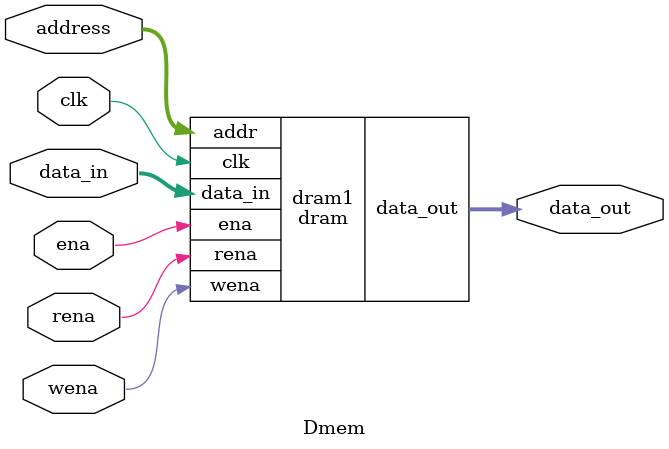
<source format=v>
`timescale 1ns / 1ps
module dram(clk,ena,wena,rena,addr,data_in,data_out);
	input clk;
	input ena;
	input wena;
	input rena;
	input [31:0] addr;
	input [31:0] data_in;
	output wire [31:0] data_out;
	reg [31:0] data[1023:0];
	always @(posedge clk)
	begin
		if(wena==1)data[addr-32'h10010000]<=data_in;
		//if(rena==1)data_out<=data[addr];
	end
	assign data_out=data[addr-32'h10010000];
endmodule

module Dmem(
	input clk,
	input ena,
	input wena,
	input rena,
	input[31:0]address,
	input wire [31:0]data_in,
	output wire [31:0]data_out
);
dram dram1(.clk(clk),.ena(ena),.wena(wena),.rena(rena),.addr(address),.data_in(data_in),.data_out(data_out));


endmodule
</source>
